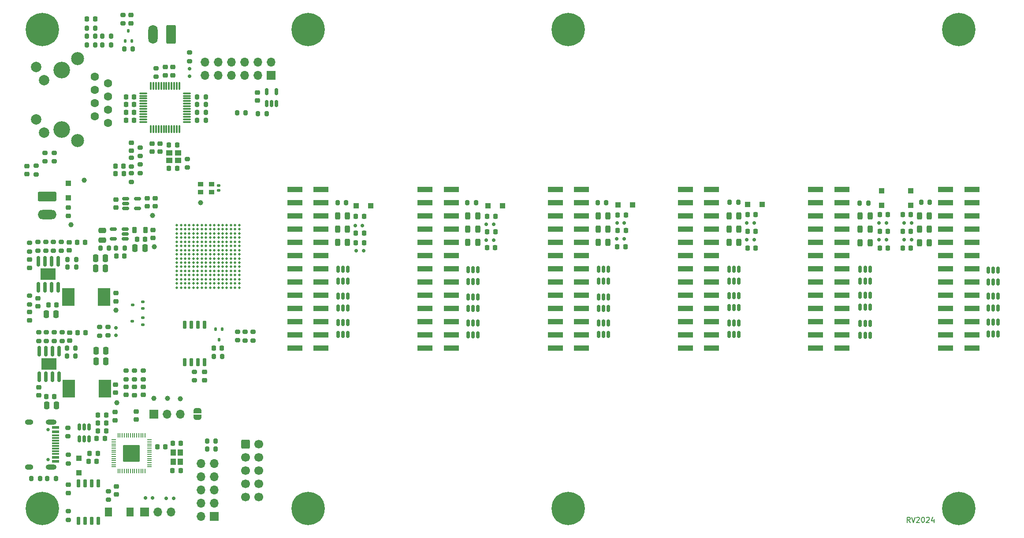
<source format=gts>
G04 #@! TF.GenerationSoftware,KiCad,Pcbnew,8.0.5*
G04 #@! TF.CreationDate,2024-09-25T12:15:36+03:00*
G04 #@! TF.ProjectId,rioctrl-controller,72696f63-7472-46c2-9d63-6f6e74726f6c,rev?*
G04 #@! TF.SameCoordinates,Original*
G04 #@! TF.FileFunction,Soldermask,Top*
G04 #@! TF.FilePolarity,Negative*
%FSLAX46Y46*%
G04 Gerber Fmt 4.6, Leading zero omitted, Abs format (unit mm)*
G04 Created by KiCad (PCBNEW 8.0.5) date 2024-09-25 12:15:36*
%MOMM*%
%LPD*%
G01*
G04 APERTURE LIST*
G04 Aperture macros list*
%AMRoundRect*
0 Rectangle with rounded corners*
0 $1 Rounding radius*
0 $2 $3 $4 $5 $6 $7 $8 $9 X,Y pos of 4 corners*
0 Add a 4 corners polygon primitive as box body*
4,1,4,$2,$3,$4,$5,$6,$7,$8,$9,$2,$3,0*
0 Add four circle primitives for the rounded corners*
1,1,$1+$1,$2,$3*
1,1,$1+$1,$4,$5*
1,1,$1+$1,$6,$7*
1,1,$1+$1,$8,$9*
0 Add four rect primitives between the rounded corners*
20,1,$1+$1,$2,$3,$4,$5,0*
20,1,$1+$1,$4,$5,$6,$7,0*
20,1,$1+$1,$6,$7,$8,$9,0*
20,1,$1+$1,$8,$9,$2,$3,0*%
%AMFreePoly0*
4,1,19,0.500000,-0.750000,0.000000,-0.750000,0.000000,-0.744911,-0.071157,-0.744911,-0.207708,-0.704816,-0.327430,-0.627875,-0.420627,-0.520320,-0.479746,-0.390866,-0.500000,-0.250000,-0.500000,0.250000,-0.479746,0.390866,-0.420627,0.520320,-0.327430,0.627875,-0.207708,0.704816,-0.071157,0.744911,0.000000,0.744911,0.000000,0.750000,0.500000,0.750000,0.500000,-0.750000,0.500000,-0.750000,
$1*%
%AMFreePoly1*
4,1,19,0.000000,0.744911,0.071157,0.744911,0.207708,0.704816,0.327430,0.627875,0.420627,0.520320,0.479746,0.390866,0.500000,0.250000,0.500000,-0.250000,0.479746,-0.390866,0.420627,-0.520320,0.327430,-0.627875,0.207708,-0.704816,0.071157,-0.744911,0.000000,-0.744911,0.000000,-0.750000,-0.500000,-0.750000,-0.500000,0.750000,0.000000,0.750000,0.000000,0.744911,0.000000,0.744911,
$1*%
G04 Aperture macros list end*
%ADD10C,0.200000*%
%ADD11RoundRect,0.225000X0.225000X0.250000X-0.225000X0.250000X-0.225000X-0.250000X0.225000X-0.250000X0*%
%ADD12RoundRect,0.200000X0.200000X0.275000X-0.200000X0.275000X-0.200000X-0.275000X0.200000X-0.275000X0*%
%ADD13RoundRect,0.200000X-0.200000X-0.275000X0.200000X-0.275000X0.200000X0.275000X-0.200000X0.275000X0*%
%ADD14RoundRect,0.218750X0.218750X0.256250X-0.218750X0.256250X-0.218750X-0.256250X0.218750X-0.256250X0*%
%ADD15RoundRect,0.150000X-0.150000X-0.200000X0.150000X-0.200000X0.150000X0.200000X-0.150000X0.200000X0*%
%ADD16RoundRect,0.250000X0.300000X-0.300000X0.300000X0.300000X-0.300000X0.300000X-0.300000X-0.300000X0*%
%ADD17RoundRect,0.250000X0.250000X0.475000X-0.250000X0.475000X-0.250000X-0.475000X0.250000X-0.475000X0*%
%ADD18R,3.000000X1.000000*%
%ADD19RoundRect,0.243750X0.243750X0.456250X-0.243750X0.456250X-0.243750X-0.456250X0.243750X-0.456250X0*%
%ADD20RoundRect,0.050000X0.050000X-0.387500X0.050000X0.387500X-0.050000X0.387500X-0.050000X-0.387500X0*%
%ADD21RoundRect,0.050000X0.387500X-0.050000X0.387500X0.050000X-0.387500X0.050000X-0.387500X-0.050000X0*%
%ADD22RoundRect,0.144000X1.456000X-1.456000X1.456000X1.456000X-1.456000X1.456000X-1.456000X-1.456000X0*%
%ADD23C,1.000000*%
%ADD24RoundRect,0.150000X-0.150000X0.512500X-0.150000X-0.512500X0.150000X-0.512500X0.150000X0.512500X0*%
%ADD25RoundRect,0.150000X0.150000X-0.512500X0.150000X0.512500X-0.150000X0.512500X-0.150000X-0.512500X0*%
%ADD26RoundRect,0.200000X0.275000X-0.200000X0.275000X0.200000X-0.275000X0.200000X-0.275000X-0.200000X0*%
%ADD27RoundRect,0.200000X-0.275000X0.200000X-0.275000X-0.200000X0.275000X-0.200000X0.275000X0.200000X0*%
%ADD28RoundRect,0.243750X-0.243750X-0.456250X0.243750X-0.456250X0.243750X0.456250X-0.243750X0.456250X0*%
%ADD29RoundRect,0.218750X-0.218750X-0.256250X0.218750X-0.256250X0.218750X0.256250X-0.218750X0.256250X0*%
%ADD30RoundRect,0.225000X-0.250000X0.225000X-0.250000X-0.225000X0.250000X-0.225000X0.250000X0.225000X0*%
%ADD31RoundRect,0.150000X0.200000X-0.150000X0.200000X0.150000X-0.200000X0.150000X-0.200000X-0.150000X0*%
%ADD32RoundRect,0.250000X-0.300000X-0.300000X0.300000X-0.300000X0.300000X0.300000X-0.300000X0.300000X0*%
%ADD33RoundRect,0.225000X0.250000X-0.225000X0.250000X0.225000X-0.250000X0.225000X-0.250000X-0.225000X0*%
%ADD34RoundRect,0.150000X-0.200000X0.150000X-0.200000X-0.150000X0.200000X-0.150000X0.200000X0.150000X0*%
%ADD35RoundRect,0.218750X-0.256250X0.218750X-0.256250X-0.218750X0.256250X-0.218750X0.256250X0.218750X0*%
%ADD36RoundRect,0.150000X0.150000X-0.825000X0.150000X0.825000X-0.150000X0.825000X-0.150000X-0.825000X0*%
%ADD37R,3.000000X2.290000*%
%ADD38RoundRect,0.225000X-0.225000X-0.250000X0.225000X-0.250000X0.225000X0.250000X-0.225000X0.250000X0*%
%ADD39R,1.350000X1.800000*%
%ADD40C,0.800000*%
%ADD41C,6.400000*%
%ADD42RoundRect,0.218750X0.256250X-0.218750X0.256250X0.218750X-0.256250X0.218750X-0.256250X-0.218750X0*%
%ADD43R,1.700000X1.700000*%
%ADD44O,1.700000X1.700000*%
%ADD45RoundRect,0.150000X0.150000X0.200000X-0.150000X0.200000X-0.150000X-0.200000X0.150000X-0.200000X0*%
%ADD46RoundRect,0.075000X-0.075000X0.662500X-0.075000X-0.662500X0.075000X-0.662500X0.075000X0.662500X0*%
%ADD47RoundRect,0.075000X-0.662500X0.075000X-0.662500X-0.075000X0.662500X-0.075000X0.662500X0.075000X0*%
%ADD48RoundRect,0.150000X0.512500X0.150000X-0.512500X0.150000X-0.512500X-0.150000X0.512500X-0.150000X0*%
%ADD49RoundRect,0.250000X-0.600000X-0.600000X0.600000X-0.600000X0.600000X0.600000X-0.600000X0.600000X0*%
%ADD50C,1.700000*%
%ADD51C,0.650000*%
%ADD52R,1.450000X0.600000*%
%ADD53R,1.450000X0.300000*%
%ADD54O,2.100000X1.000000*%
%ADD55O,1.600000X1.000000*%
%ADD56RoundRect,0.250000X-0.250000X-0.475000X0.250000X-0.475000X0.250000X0.475000X-0.250000X0.475000X0*%
%ADD57RoundRect,0.140000X0.170000X-0.140000X0.170000X0.140000X-0.170000X0.140000X-0.170000X-0.140000X0*%
%ADD58RoundRect,0.218750X-0.218750X-0.381250X0.218750X-0.381250X0.218750X0.381250X-0.218750X0.381250X0*%
%ADD59C,3.200000*%
%ADD60C,1.600000*%
%ADD61C,2.500000*%
%ADD62C,2.000000*%
%ADD63RoundRect,0.112500X0.112500X0.237500X-0.112500X0.237500X-0.112500X-0.237500X0.112500X-0.237500X0*%
%ADD64RoundRect,0.250000X-0.475000X0.250000X-0.475000X-0.250000X0.475000X-0.250000X0.475000X0.250000X0*%
%ADD65R,2.400000X3.500000*%
%ADD66RoundRect,0.150000X-0.512500X-0.150000X0.512500X-0.150000X0.512500X0.150000X-0.512500X0.150000X0*%
%ADD67RoundRect,0.150000X0.150000X-0.650000X0.150000X0.650000X-0.150000X0.650000X-0.150000X-0.650000X0*%
%ADD68RoundRect,0.112500X0.237500X-0.112500X0.237500X0.112500X-0.237500X0.112500X-0.237500X-0.112500X0*%
%ADD69R,1.000000X0.900000*%
%ADD70RoundRect,0.150000X-0.150000X0.650000X-0.150000X-0.650000X0.150000X-0.650000X0.150000X0.650000X0*%
%ADD71R,1.150000X1.000000*%
%ADD72RoundRect,0.250000X0.650000X1.550000X-0.650000X1.550000X-0.650000X-1.550000X0.650000X-1.550000X0*%
%ADD73O,1.800000X3.600000*%
%ADD74FreePoly0,270.000000*%
%ADD75FreePoly1,270.000000*%
%ADD76C,0.470000*%
%ADD77RoundRect,0.112500X-0.112500X-0.237500X0.112500X-0.237500X0.112500X0.237500X-0.112500X0.237500X0*%
%ADD78RoundRect,0.250000X-1.550000X0.650000X-1.550000X-0.650000X1.550000X-0.650000X1.550000X0.650000X0*%
%ADD79O,3.600000X1.800000*%
%ADD80R,1.000000X1.150000*%
G04 APERTURE END LIST*
D10*
X228641101Y-137717219D02*
X228307768Y-137241028D01*
X228069673Y-137717219D02*
X228069673Y-136717219D01*
X228069673Y-136717219D02*
X228450625Y-136717219D01*
X228450625Y-136717219D02*
X228545863Y-136764838D01*
X228545863Y-136764838D02*
X228593482Y-136812457D01*
X228593482Y-136812457D02*
X228641101Y-136907695D01*
X228641101Y-136907695D02*
X228641101Y-137050552D01*
X228641101Y-137050552D02*
X228593482Y-137145790D01*
X228593482Y-137145790D02*
X228545863Y-137193409D01*
X228545863Y-137193409D02*
X228450625Y-137241028D01*
X228450625Y-137241028D02*
X228069673Y-137241028D01*
X228926816Y-136717219D02*
X229260149Y-137717219D01*
X229260149Y-137717219D02*
X229593482Y-136717219D01*
X229879197Y-136812457D02*
X229926816Y-136764838D01*
X229926816Y-136764838D02*
X230022054Y-136717219D01*
X230022054Y-136717219D02*
X230260149Y-136717219D01*
X230260149Y-136717219D02*
X230355387Y-136764838D01*
X230355387Y-136764838D02*
X230403006Y-136812457D01*
X230403006Y-136812457D02*
X230450625Y-136907695D01*
X230450625Y-136907695D02*
X230450625Y-137002933D01*
X230450625Y-137002933D02*
X230403006Y-137145790D01*
X230403006Y-137145790D02*
X229831578Y-137717219D01*
X229831578Y-137717219D02*
X230450625Y-137717219D01*
X231069673Y-136717219D02*
X231164911Y-136717219D01*
X231164911Y-136717219D02*
X231260149Y-136764838D01*
X231260149Y-136764838D02*
X231307768Y-136812457D01*
X231307768Y-136812457D02*
X231355387Y-136907695D01*
X231355387Y-136907695D02*
X231403006Y-137098171D01*
X231403006Y-137098171D02*
X231403006Y-137336266D01*
X231403006Y-137336266D02*
X231355387Y-137526742D01*
X231355387Y-137526742D02*
X231307768Y-137621980D01*
X231307768Y-137621980D02*
X231260149Y-137669600D01*
X231260149Y-137669600D02*
X231164911Y-137717219D01*
X231164911Y-137717219D02*
X231069673Y-137717219D01*
X231069673Y-137717219D02*
X230974435Y-137669600D01*
X230974435Y-137669600D02*
X230926816Y-137621980D01*
X230926816Y-137621980D02*
X230879197Y-137526742D01*
X230879197Y-137526742D02*
X230831578Y-137336266D01*
X230831578Y-137336266D02*
X230831578Y-137098171D01*
X230831578Y-137098171D02*
X230879197Y-136907695D01*
X230879197Y-136907695D02*
X230926816Y-136812457D01*
X230926816Y-136812457D02*
X230974435Y-136764838D01*
X230974435Y-136764838D02*
X231069673Y-136717219D01*
X231783959Y-136812457D02*
X231831578Y-136764838D01*
X231831578Y-136764838D02*
X231926816Y-136717219D01*
X231926816Y-136717219D02*
X232164911Y-136717219D01*
X232164911Y-136717219D02*
X232260149Y-136764838D01*
X232260149Y-136764838D02*
X232307768Y-136812457D01*
X232307768Y-136812457D02*
X232355387Y-136907695D01*
X232355387Y-136907695D02*
X232355387Y-137002933D01*
X232355387Y-137002933D02*
X232307768Y-137145790D01*
X232307768Y-137145790D02*
X231736340Y-137717219D01*
X231736340Y-137717219D02*
X232355387Y-137717219D01*
X233212530Y-137050552D02*
X233212530Y-137717219D01*
X232974435Y-136669600D02*
X232736340Y-137383885D01*
X232736340Y-137383885D02*
X233355387Y-137383885D01*
D11*
G04 #@! TO.C,C41*
X79576295Y-58935000D03*
X78026295Y-58935000D03*
G04 #@! TD*
G04 #@! TO.C,C25*
X72425000Y-125950000D03*
X70875000Y-125950000D03*
G04 #@! TD*
D12*
G04 #@! TO.C,R22*
X61525000Y-129300000D03*
X59875000Y-129300000D03*
G04 #@! TD*
D13*
G04 #@! TO.C,R41*
X70505000Y-42750000D03*
X72155000Y-42750000D03*
G04 #@! TD*
D14*
G04 #@! TO.C,D11*
X96437500Y-104200000D03*
X94862500Y-104200000D03*
G04 #@! TD*
D13*
G04 #@! TO.C,R23*
X62925000Y-129300000D03*
X64575000Y-129300000D03*
G04 #@! TD*
D15*
G04 #@! TO.C,D6*
X83150000Y-133050000D03*
X81750000Y-133050000D03*
G04 #@! TD*
D16*
G04 #@! TO.C,D27*
X223200000Y-76800000D03*
X223200000Y-74000000D03*
G04 #@! TD*
D17*
G04 #@! TO.C,C11*
X81662500Y-85037500D03*
X79762500Y-85037500D03*
G04 #@! TD*
D18*
G04 #@! TO.C,J14*
X210480000Y-104240000D03*
X215520000Y-104240000D03*
X210480000Y-101700000D03*
X215520000Y-101700000D03*
X210480000Y-99160000D03*
X215520000Y-99160000D03*
X210480000Y-96620000D03*
X215520000Y-96620000D03*
X210480000Y-94080000D03*
X215520000Y-94080000D03*
X210480000Y-91540000D03*
X215520000Y-91540000D03*
X210480000Y-89000000D03*
X215520000Y-89000000D03*
X210480000Y-86460000D03*
X215520000Y-86460000D03*
X210480000Y-83920000D03*
X215520000Y-83920000D03*
X210480000Y-81380000D03*
X215520000Y-81380000D03*
X210480000Y-78840000D03*
X215520000Y-78840000D03*
X210480000Y-76300000D03*
X215520000Y-76300000D03*
X210480000Y-73760000D03*
X215520000Y-73760000D03*
G04 #@! TD*
D19*
G04 #@! TO.C,F4*
X145587500Y-83900000D03*
X143712500Y-83900000D03*
G04 #@! TD*
D20*
G04 #@! TO.C,U7*
X76500000Y-127875000D03*
X76900000Y-127875000D03*
X77300000Y-127875000D03*
X77700000Y-127875000D03*
X78100000Y-127875000D03*
X78500000Y-127875000D03*
X78900000Y-127875000D03*
X79300000Y-127875000D03*
X79700000Y-127875000D03*
X80100000Y-127875000D03*
X80500000Y-127875000D03*
X80900000Y-127875000D03*
X81300000Y-127875000D03*
X81700000Y-127875000D03*
D21*
X82537500Y-127037500D03*
X82537500Y-126637500D03*
X82537500Y-126237500D03*
X82537500Y-125837500D03*
X82537500Y-125437500D03*
X82537500Y-125037500D03*
X82537500Y-124637500D03*
X82537500Y-124237500D03*
X82537500Y-123837500D03*
X82537500Y-123437500D03*
X82537500Y-123037500D03*
X82537500Y-122637500D03*
X82537500Y-122237500D03*
X82537500Y-121837500D03*
D20*
X81700000Y-121000000D03*
X81300000Y-121000000D03*
X80900000Y-121000000D03*
X80500000Y-121000000D03*
X80100000Y-121000000D03*
X79700000Y-121000000D03*
X79300000Y-121000000D03*
X78900000Y-121000000D03*
X78500000Y-121000000D03*
X78100000Y-121000000D03*
X77700000Y-121000000D03*
X77300000Y-121000000D03*
X76900000Y-121000000D03*
X76500000Y-121000000D03*
D21*
X75662500Y-121837500D03*
X75662500Y-122237500D03*
X75662500Y-122637500D03*
X75662500Y-123037500D03*
X75662500Y-123437500D03*
X75662500Y-123837500D03*
X75662500Y-124237500D03*
X75662500Y-124637500D03*
X75662500Y-125037500D03*
X75662500Y-125437500D03*
X75662500Y-125837500D03*
X75662500Y-126237500D03*
X75662500Y-126637500D03*
X75662500Y-127037500D03*
D22*
X79100000Y-124437500D03*
G04 #@! TD*
D23*
G04 #@! TO.C,TP8*
X83400000Y-113850000D03*
G04 #@! TD*
D24*
G04 #@! TO.C,U6*
X70950000Y-119412500D03*
X70000000Y-119412500D03*
X69050000Y-119412500D03*
X69050000Y-121687500D03*
X70000000Y-121687500D03*
X70950000Y-121687500D03*
G04 #@! TD*
D12*
G04 #@! TO.C,R61*
X220625000Y-76400000D03*
X218975000Y-76400000D03*
G04 #@! TD*
D25*
G04 #@! TO.C,U27*
X118750000Y-101587500D03*
X119700000Y-101587500D03*
X120650000Y-101587500D03*
X120650000Y-99312500D03*
X119700000Y-99312500D03*
X118750000Y-99312500D03*
G04 #@! TD*
G04 #@! TO.C,U21*
X193850000Y-101637500D03*
X194800000Y-101637500D03*
X195750000Y-101637500D03*
X195750000Y-99362500D03*
X194800000Y-99362500D03*
X193850000Y-99362500D03*
G04 #@! TD*
D18*
G04 #@! TO.C,J11*
X135480000Y-104240000D03*
X140520000Y-104240000D03*
X135480000Y-101700000D03*
X140520000Y-101700000D03*
X135480000Y-99160000D03*
X140520000Y-99160000D03*
X135480000Y-96620000D03*
X140520000Y-96620000D03*
X135480000Y-94080000D03*
X140520000Y-94080000D03*
X135480000Y-91540000D03*
X140520000Y-91540000D03*
X135480000Y-89000000D03*
X140520000Y-89000000D03*
X135480000Y-86460000D03*
X140520000Y-86460000D03*
X135480000Y-83920000D03*
X140520000Y-83920000D03*
X135480000Y-81380000D03*
X140520000Y-81380000D03*
X135480000Y-78840000D03*
X140520000Y-78840000D03*
X135480000Y-76300000D03*
X140520000Y-76300000D03*
X135480000Y-73760000D03*
X140520000Y-73760000D03*
G04 #@! TD*
D19*
G04 #@! TO.C,F13*
X220937500Y-84000000D03*
X219062500Y-84000000D03*
G04 #@! TD*
D26*
G04 #@! TO.C,R46*
X99450000Y-102725000D03*
X99450000Y-101075000D03*
G04 #@! TD*
D27*
G04 #@! TO.C,R42*
X79051295Y-67650000D03*
X79051295Y-69300000D03*
G04 #@! TD*
D19*
G04 #@! TO.C,F14*
X220937500Y-78800000D03*
X219062500Y-78800000D03*
G04 #@! TD*
D26*
G04 #@! TO.C,R3*
X61250000Y-102825000D03*
X61250000Y-101175000D03*
G04 #@! TD*
D11*
G04 #@! TO.C,C23*
X88550000Y-122525000D03*
X87000000Y-122525000D03*
G04 #@! TD*
D23*
G04 #@! TO.C,TP5*
X67500000Y-80500000D03*
G04 #@! TD*
D28*
G04 #@! TO.C,F9*
X168712500Y-81400000D03*
X170587500Y-81400000D03*
G04 #@! TD*
D25*
G04 #@! TO.C,U26*
X219050000Y-91337500D03*
X220000000Y-91337500D03*
X220950000Y-91337500D03*
X220950000Y-89062500D03*
X220000000Y-89062500D03*
X219050000Y-89062500D03*
G04 #@! TD*
D12*
G04 #@! TO.C,R10*
X77787500Y-85037500D03*
X76137500Y-85037500D03*
G04 #@! TD*
D25*
G04 #@! TO.C,U28*
X243650000Y-96537500D03*
X244600000Y-96537500D03*
X245550000Y-96537500D03*
X245550000Y-94262500D03*
X244600000Y-94262500D03*
X243650000Y-94262500D03*
G04 #@! TD*
D12*
G04 #@! TO.C,R14*
X68325000Y-105750000D03*
X66675000Y-105750000D03*
G04 #@! TD*
D26*
G04 #@! TO.C,R27*
X74550000Y-101775000D03*
X74550000Y-100125000D03*
G04 #@! TD*
D14*
G04 #@! TO.C,FB17*
X198987500Y-85000000D03*
X197412500Y-85000000D03*
G04 #@! TD*
D29*
G04 #@! TO.C,FB6*
X72662500Y-117100000D03*
X74237500Y-117100000D03*
G04 #@! TD*
D30*
G04 #@! TO.C,C36*
X83051295Y-64910000D03*
X83051295Y-66460000D03*
G04 #@! TD*
D29*
G04 #@! TO.C,FB24*
X227212500Y-78600000D03*
X228787500Y-78600000D03*
G04 #@! TD*
D18*
G04 #@! TO.C,J12*
X160480000Y-104240000D03*
X165520000Y-104240000D03*
X160480000Y-101700000D03*
X165520000Y-101700000D03*
X160480000Y-99160000D03*
X165520000Y-99160000D03*
X160480000Y-96620000D03*
X165520000Y-96620000D03*
X160480000Y-94080000D03*
X165520000Y-94080000D03*
X160480000Y-91540000D03*
X165520000Y-91540000D03*
X160480000Y-89000000D03*
X165520000Y-89000000D03*
X160480000Y-86460000D03*
X165520000Y-86460000D03*
X160480000Y-83920000D03*
X165520000Y-83920000D03*
X160480000Y-81380000D03*
X165520000Y-81380000D03*
X160480000Y-78840000D03*
X165520000Y-78840000D03*
X160480000Y-76300000D03*
X165520000Y-76300000D03*
X160480000Y-73760000D03*
X165520000Y-73760000D03*
G04 #@! TD*
D31*
G04 #@! TO.C,D8*
X76100000Y-100350000D03*
X76100000Y-101750000D03*
G04 #@! TD*
D26*
G04 #@! TO.C,R18*
X79700000Y-110225000D03*
X79700000Y-108575000D03*
G04 #@! TD*
D32*
G04 #@! TO.C,D13*
X122250000Y-76900000D03*
X125050000Y-76900000D03*
G04 #@! TD*
D33*
G04 #@! TO.C,C29*
X75950000Y-118075000D03*
X75950000Y-116525000D03*
G04 #@! TD*
D15*
G04 #@! TO.C,D7*
X87200000Y-133100000D03*
X85800000Y-133100000D03*
G04 #@! TD*
D23*
G04 #@! TO.C,TP2*
X76250000Y-114750000D03*
G04 #@! TD*
D12*
G04 #@! TO.C,R58*
X145275000Y-76300000D03*
X143625000Y-76300000D03*
G04 #@! TD*
D25*
G04 #@! TO.C,U15*
X143737500Y-101687500D03*
X144687500Y-101687500D03*
X145637500Y-101687500D03*
X145637500Y-99412500D03*
X144687500Y-99412500D03*
X143737500Y-99412500D03*
G04 #@! TD*
D34*
G04 #@! TO.C,D16*
X90250000Y-51950000D03*
X90250000Y-50550000D03*
G04 #@! TD*
D15*
G04 #@! TO.C,D32*
X228900000Y-80200000D03*
X227500000Y-80200000D03*
G04 #@! TD*
D16*
G04 #@! TO.C,D9*
X69000000Y-128150000D03*
X69000000Y-125350000D03*
G04 #@! TD*
D25*
G04 #@! TO.C,U12*
X118750000Y-96487500D03*
X119700000Y-96487500D03*
X120650000Y-96487500D03*
X120650000Y-94212500D03*
X119700000Y-94212500D03*
X118750000Y-94212500D03*
G04 #@! TD*
D13*
G04 #@! TO.C,R40*
X70505000Y-44250000D03*
X72155000Y-44250000D03*
G04 #@! TD*
D15*
G04 #@! TO.C,D19*
X148650000Y-83450000D03*
X147250000Y-83450000D03*
G04 #@! TD*
D12*
G04 #@! TO.C,R59*
X170275000Y-76300000D03*
X168625000Y-76300000D03*
G04 #@! TD*
D27*
G04 #@! TO.C,R4*
X62620000Y-83850000D03*
X62620000Y-85500000D03*
G04 #@! TD*
D33*
G04 #@! TO.C,C42*
X103250000Y-56675000D03*
X103250000Y-55125000D03*
G04 #@! TD*
G04 #@! TO.C,C32*
X80000000Y-117975000D03*
X80000000Y-116425000D03*
G04 #@! TD*
D16*
G04 #@! TO.C,D30*
X228800000Y-76800000D03*
X228800000Y-74000000D03*
G04 #@! TD*
D12*
G04 #@! TO.C,R32*
X93376295Y-60435000D03*
X91726295Y-60435000D03*
G04 #@! TD*
D35*
G04 #@! TO.C,D3*
X79700000Y-111672500D03*
X79700000Y-113247500D03*
G04 #@! TD*
D36*
G04 #@! TO.C,U2*
X61190000Y-92500000D03*
X62460000Y-92500000D03*
X63730000Y-92500000D03*
X65000000Y-92500000D03*
X65000000Y-87550000D03*
X63730000Y-87550000D03*
X62460000Y-87550000D03*
X61190000Y-87550000D03*
D37*
X63095000Y-90025000D03*
G04 #@! TD*
D38*
G04 #@! TO.C,C4*
X63120000Y-95925000D03*
X64670000Y-95925000D03*
G04 #@! TD*
D17*
G04 #@! TO.C,C15*
X74095000Y-88925000D03*
X72195000Y-88925000D03*
G04 #@! TD*
D28*
G04 #@! TO.C,F15*
X219062500Y-81400000D03*
X220937500Y-81400000D03*
G04 #@! TD*
D19*
G04 #@! TO.C,F1*
X120537500Y-83900000D03*
X118662500Y-83900000D03*
G04 #@! TD*
D25*
G04 #@! TO.C,U17*
X143750000Y-91437500D03*
X144700000Y-91437500D03*
X145650000Y-91437500D03*
X145650000Y-89162500D03*
X144700000Y-89162500D03*
X143750000Y-89162500D03*
G04 #@! TD*
G04 #@! TO.C,U11*
X243650000Y-101537500D03*
X244600000Y-101537500D03*
X245550000Y-101537500D03*
X245550000Y-99262500D03*
X244600000Y-99262500D03*
X243650000Y-99262500D03*
G04 #@! TD*
D39*
G04 #@! TO.C,SW1*
X78850000Y-135750000D03*
X74700000Y-135750000D03*
G04 #@! TD*
D28*
G04 #@! TO.C,F6*
X143712500Y-81400000D03*
X145587500Y-81400000D03*
G04 #@! TD*
D11*
G04 #@! TO.C,C33*
X87851295Y-69685000D03*
X86301295Y-69685000D03*
G04 #@! TD*
D30*
G04 #@! TO.C,C31*
X76200000Y-130775000D03*
X76200000Y-132325000D03*
G04 #@! TD*
D27*
G04 #@! TO.C,R6*
X62750000Y-101175000D03*
X62750000Y-102825000D03*
G04 #@! TD*
D26*
G04 #@! TO.C,R5*
X64120000Y-85500000D03*
X64120000Y-83850000D03*
G04 #@! TD*
D27*
G04 #@! TO.C,R52*
X59500000Y-94175000D03*
X59500000Y-95825000D03*
G04 #@! TD*
D12*
G04 #@! TO.C,R51*
X96525000Y-105800000D03*
X94875000Y-105800000D03*
G04 #@! TD*
D26*
G04 #@! TO.C,R28*
X81330000Y-110227500D03*
X81330000Y-108577500D03*
G04 #@! TD*
D35*
G04 #@! TO.C,FB3*
X76000000Y-111212500D03*
X76000000Y-112787500D03*
G04 #@! TD*
D32*
G04 #@! TO.C,D24*
X197400000Y-76600000D03*
X200200000Y-76600000D03*
G04 #@! TD*
D12*
G04 #@! TO.C,R36*
X75150000Y-46000000D03*
X73500000Y-46000000D03*
G04 #@! TD*
D11*
G04 #@! TO.C,C10*
X77737500Y-86537500D03*
X76187500Y-86537500D03*
G04 #@! TD*
G04 #@! TO.C,C28*
X74225000Y-120100000D03*
X72675000Y-120100000D03*
G04 #@! TD*
D12*
G04 #@! TO.C,R60*
X195625000Y-76200000D03*
X193975000Y-76200000D03*
G04 #@! TD*
D40*
G04 #@! TO.C,H7*
X163000000Y-137400000D03*
X161302944Y-136697056D03*
X164697056Y-136697056D03*
X160600000Y-135000000D03*
D41*
X163000000Y-135000000D03*
D40*
X165400000Y-135000000D03*
X161302944Y-133302944D03*
X164697056Y-133302944D03*
X163000000Y-132600000D03*
G04 #@! TD*
D42*
G04 #@! TO.C,D17*
X79000000Y-41787500D03*
X79000000Y-40212500D03*
G04 #@! TD*
D30*
G04 #@! TO.C,C21*
X66950000Y-130500000D03*
X66950000Y-132050000D03*
G04 #@! TD*
D35*
G04 #@! TO.C,FB5*
X83212500Y-81500000D03*
X83212500Y-83075000D03*
G04 #@! TD*
D27*
G04 #@! TO.C,R16*
X74700000Y-131700000D03*
X74700000Y-133350000D03*
G04 #@! TD*
D43*
G04 #@! TO.C,J2*
X83425000Y-116900000D03*
D44*
X85965000Y-116900000D03*
X88505000Y-116900000D03*
G04 #@! TD*
D45*
G04 #@! TO.C,D26*
X197300000Y-80200000D03*
X198700000Y-80200000D03*
G04 #@! TD*
D43*
G04 #@! TO.C,J4*
X95025000Y-136575000D03*
D44*
X92485000Y-136575000D03*
X95025000Y-134035000D03*
X92485000Y-134035000D03*
X95025000Y-131495000D03*
X92485000Y-131495000D03*
X95025000Y-128955000D03*
X92485000Y-128955000D03*
X95025000Y-126415000D03*
X92485000Y-126415000D03*
G04 #@! TD*
D46*
G04 #@! TO.C,U8*
X88301295Y-53837500D03*
X87801295Y-53837500D03*
X87301295Y-53837500D03*
X86801295Y-53837500D03*
X86301295Y-53837500D03*
X85801295Y-53837500D03*
X85301295Y-53837500D03*
X84801295Y-53837500D03*
X84301295Y-53837500D03*
X83801295Y-53837500D03*
X83301295Y-53837500D03*
X82801295Y-53837500D03*
D47*
X81388795Y-55250000D03*
X81388795Y-55750000D03*
X81388795Y-56250000D03*
X81388795Y-56750000D03*
X81388795Y-57250000D03*
X81388795Y-57750000D03*
X81388795Y-58250000D03*
X81388795Y-58750000D03*
X81388795Y-59250000D03*
X81388795Y-59750000D03*
X81388795Y-60250000D03*
X81388795Y-60750000D03*
D46*
X82801295Y-62162500D03*
X83301295Y-62162500D03*
X83801295Y-62162500D03*
X84301295Y-62162500D03*
X84801295Y-62162500D03*
X85301295Y-62162500D03*
X85801295Y-62162500D03*
X86301295Y-62162500D03*
X86801295Y-62162500D03*
X87301295Y-62162500D03*
X87801295Y-62162500D03*
X88301295Y-62162500D03*
D47*
X89713795Y-60750000D03*
X89713795Y-60250000D03*
X89713795Y-59750000D03*
X89713795Y-59250000D03*
X89713795Y-58750000D03*
X89713795Y-58250000D03*
X89713795Y-57750000D03*
X89713795Y-57250000D03*
X89713795Y-56750000D03*
X89713795Y-56250000D03*
X89713795Y-55750000D03*
X89713795Y-55250000D03*
G04 #@! TD*
D30*
G04 #@! TO.C,C55*
X93100000Y-108825000D03*
X93100000Y-110375000D03*
G04 #@! TD*
D12*
G04 #@! TO.C,R30*
X93376295Y-57435000D03*
X91726295Y-57435000D03*
G04 #@! TD*
D25*
G04 #@! TO.C,U13*
X118750000Y-91337500D03*
X119700000Y-91337500D03*
X120650000Y-91337500D03*
X120650000Y-89062500D03*
X119700000Y-89062500D03*
X118750000Y-89062500D03*
G04 #@! TD*
D11*
G04 #@! TO.C,C40*
X79576295Y-55935000D03*
X78026295Y-55935000D03*
G04 #@! TD*
D13*
G04 #@! TO.C,R62*
X230775000Y-76200000D03*
X232425000Y-76200000D03*
G04 #@! TD*
D14*
G04 #@! TO.C,FB20*
X224387500Y-85000000D03*
X222812500Y-85000000D03*
G04 #@! TD*
D35*
G04 #@! TO.C,D2*
X59000000Y-69212500D03*
X59000000Y-70787500D03*
G04 #@! TD*
D19*
G04 #@! TO.C,F11*
X195737500Y-78800000D03*
X193862500Y-78800000D03*
G04 #@! TD*
D25*
G04 #@! TO.C,U25*
X219050000Y-96337500D03*
X220000000Y-96337500D03*
X220950000Y-96337500D03*
X220950000Y-94062500D03*
X220000000Y-94062500D03*
X219050000Y-94062500D03*
G04 #@! TD*
D27*
G04 #@! TO.C,R50*
X59500000Y-84000000D03*
X59500000Y-85650000D03*
G04 #@! TD*
D26*
G04 #@! TO.C,R17*
X67000000Y-137225000D03*
X67000000Y-135575000D03*
G04 #@! TD*
D14*
G04 #@! TO.C,FB15*
X174037500Y-78650000D03*
X172462500Y-78650000D03*
G04 #@! TD*
D32*
G04 #@! TO.C,D21*
X172550000Y-76700000D03*
X175350000Y-76700000D03*
G04 #@! TD*
D12*
G04 #@! TO.C,R29*
X93376295Y-55935000D03*
X91726295Y-55935000D03*
G04 #@! TD*
D48*
G04 #@! TO.C,U1*
X77850000Y-83237500D03*
X77850000Y-82287500D03*
X77850000Y-81337500D03*
X75575000Y-81337500D03*
X75575000Y-83237500D03*
G04 #@! TD*
D19*
G04 #@! TO.C,F5*
X145587500Y-78850000D03*
X143712500Y-78850000D03*
G04 #@! TD*
D17*
G04 #@! TO.C,C17*
X74095000Y-86925000D03*
X72195000Y-86925000D03*
G04 #@! TD*
D33*
G04 #@! TO.C,C20*
X82137500Y-76975000D03*
X82137500Y-75425000D03*
G04 #@! TD*
D12*
G04 #@! TO.C,R35*
X75150000Y-44250000D03*
X73500000Y-44250000D03*
G04 #@! TD*
D33*
G04 #@! TO.C,C46*
X79051295Y-66275000D03*
X79051295Y-64725000D03*
G04 #@! TD*
D49*
G04 #@! TO.C,J8*
X100997500Y-122670000D03*
D50*
X103537500Y-122670000D03*
X100997500Y-125210000D03*
X103537500Y-125210000D03*
X100997500Y-127750000D03*
X103537500Y-127750000D03*
X100997500Y-130290000D03*
X103537500Y-130290000D03*
X100997500Y-132830000D03*
X103537500Y-132830000D03*
G04 #@! TD*
D12*
G04 #@! TO.C,R53*
X120325000Y-76300000D03*
X118675000Y-76300000D03*
G04 #@! TD*
G04 #@! TO.C,R31*
X93376295Y-58935000D03*
X91726295Y-58935000D03*
G04 #@! TD*
D51*
G04 #@! TO.C,J3*
X63100000Y-119860000D03*
X63100000Y-125640000D03*
D52*
X64545000Y-119500000D03*
X64545000Y-120300000D03*
D53*
X64545000Y-121500000D03*
X64545000Y-122500000D03*
X64545000Y-123000000D03*
X64545000Y-124000000D03*
D52*
X64545000Y-125200000D03*
X64545000Y-126000000D03*
X64545000Y-126000000D03*
X64545000Y-125200000D03*
D53*
X64545000Y-124500000D03*
X64545000Y-123500000D03*
X64545000Y-122000000D03*
X64545000Y-121000000D03*
D52*
X64545000Y-120300000D03*
X64545000Y-119500000D03*
D54*
X63630000Y-118430000D03*
D55*
X59450000Y-118430000D03*
D54*
X63630000Y-127070000D03*
D55*
X59450000Y-127070000D03*
G04 #@! TD*
D27*
G04 #@! TO.C,R21*
X67000000Y-124725000D03*
X67000000Y-126375000D03*
G04 #@! TD*
D13*
G04 #@! TO.C,R39*
X70505000Y-46000000D03*
X72155000Y-46000000D03*
G04 #@! TD*
D56*
G04 #@! TO.C,C3*
X62800000Y-115250000D03*
X64700000Y-115250000D03*
G04 #@! TD*
D12*
G04 #@! TO.C,R49*
X95275000Y-123600000D03*
X93625000Y-123600000D03*
G04 #@! TD*
D57*
G04 #@! TO.C,C54*
X95800000Y-73930000D03*
X95800000Y-72970000D03*
G04 #@! TD*
D14*
G04 #@! TO.C,FB9*
X123737500Y-78900000D03*
X122162500Y-78900000D03*
G04 #@! TD*
D58*
G04 #@! TO.C,L1*
X79650000Y-81537500D03*
X81775000Y-81537500D03*
G04 #@! TD*
D33*
G04 #@! TO.C,C6*
X67120000Y-85450000D03*
X67120000Y-83900000D03*
G04 #@! TD*
D40*
G04 #@! TO.C,H3*
X62000000Y-45400000D03*
X60302944Y-44697056D03*
X63697056Y-44697056D03*
X59600000Y-43000000D03*
D41*
X62000000Y-43000000D03*
D40*
X64400000Y-43000000D03*
X60302944Y-41302944D03*
X63697056Y-41302944D03*
X62000000Y-40600000D03*
G04 #@! TD*
D28*
G04 #@! TO.C,F3*
X118662500Y-81400000D03*
X120537500Y-81400000D03*
G04 #@! TD*
D27*
G04 #@! TO.C,R37*
X80801295Y-68925000D03*
X80801295Y-70575000D03*
G04 #@! TD*
D35*
G04 #@! TO.C,FB4*
X83637500Y-75412500D03*
X83637500Y-76987500D03*
G04 #@! TD*
D27*
G04 #@! TO.C,R44*
X102450000Y-101100000D03*
X102450000Y-102750000D03*
G04 #@! TD*
D59*
G04 #@! TO.C,J6*
X65696000Y-62215000D03*
X65696000Y-50785000D03*
D60*
X72046000Y-52055000D03*
X74586000Y-53325000D03*
X72046000Y-54595000D03*
X74586000Y-55865000D03*
X72046000Y-57135000D03*
X74586000Y-58405000D03*
X72046000Y-59675000D03*
D61*
X68744000Y-64374000D03*
D60*
X74586000Y-60945000D03*
D61*
X68744000Y-48626000D03*
D62*
X60793799Y-50175400D03*
X62317799Y-52715400D03*
X60793799Y-60284601D03*
X62317799Y-62824601D03*
G04 #@! TD*
D42*
G04 #@! TO.C,D10*
X59500000Y-88787500D03*
X59500000Y-87212500D03*
G04 #@! TD*
D11*
G04 #@! TO.C,C27*
X74225000Y-118600000D03*
X72675000Y-118600000D03*
G04 #@! TD*
D40*
G04 #@! TO.C,H6*
X238000000Y-45400000D03*
X236302944Y-44697056D03*
X239697056Y-44697056D03*
X235600000Y-43000000D03*
D41*
X238000000Y-43000000D03*
D40*
X240400000Y-43000000D03*
X236302944Y-41302944D03*
X239697056Y-41302944D03*
X238000000Y-40600000D03*
G04 #@! TD*
D11*
G04 #@! TO.C,C30*
X72600000Y-124450000D03*
X71050000Y-124450000D03*
G04 #@! TD*
D19*
G04 #@! TO.C,F18*
X232337500Y-81400000D03*
X230462500Y-81400000D03*
G04 #@! TD*
D11*
G04 #@! TO.C,C45*
X77601295Y-70725000D03*
X76051295Y-70725000D03*
G04 #@! TD*
D23*
G04 #@! TO.C,TP3*
X83137500Y-78700000D03*
G04 #@! TD*
D19*
G04 #@! TO.C,F2*
X120537500Y-78850000D03*
X118662500Y-78850000D03*
G04 #@! TD*
D13*
G04 #@! TO.C,R54*
X103375000Y-59150000D03*
X105025000Y-59150000D03*
G04 #@! TD*
D30*
G04 #@! TO.C,C35*
X84551295Y-64910000D03*
X84551295Y-66460000D03*
G04 #@! TD*
D26*
G04 #@! TO.C,R9*
X65750000Y-102825000D03*
X65750000Y-101175000D03*
G04 #@! TD*
D33*
G04 #@! TO.C,C7*
X67250000Y-102775000D03*
X67250000Y-101225000D03*
G04 #@! TD*
D18*
G04 #@! TO.C,J13*
X185480000Y-104240000D03*
X190520000Y-104240000D03*
X185480000Y-101700000D03*
X190520000Y-101700000D03*
X185480000Y-99160000D03*
X190520000Y-99160000D03*
X185480000Y-96620000D03*
X190520000Y-96620000D03*
X185480000Y-94080000D03*
X190520000Y-94080000D03*
X185480000Y-91540000D03*
X190520000Y-91540000D03*
X185480000Y-89000000D03*
X190520000Y-89000000D03*
X185480000Y-86460000D03*
X190520000Y-86460000D03*
X185480000Y-83920000D03*
X190520000Y-83920000D03*
X185480000Y-81380000D03*
X190520000Y-81380000D03*
X185480000Y-78840000D03*
X190520000Y-78840000D03*
X185480000Y-76300000D03*
X190520000Y-76300000D03*
X185480000Y-73760000D03*
X190520000Y-73760000D03*
G04 #@! TD*
D11*
G04 #@! TO.C,C38*
X79576295Y-57435000D03*
X78026295Y-57435000D03*
G04 #@! TD*
D28*
G04 #@! TO.C,F16*
X230462500Y-84000000D03*
X232337500Y-84000000D03*
G04 #@! TD*
D12*
G04 #@! TO.C,R12*
X68470000Y-88675000D03*
X66820000Y-88675000D03*
G04 #@! TD*
D63*
G04 #@! TO.C,Q2*
X96550000Y-100600000D03*
X95250000Y-100600000D03*
X95900000Y-102600000D03*
G04 #@! TD*
D13*
G04 #@! TO.C,R15*
X66675000Y-104250000D03*
X68325000Y-104250000D03*
G04 #@! TD*
D14*
G04 #@! TO.C,FB18*
X198987500Y-78600000D03*
X197412500Y-78600000D03*
G04 #@! TD*
D42*
G04 #@! TO.C,D12*
X59500000Y-98887500D03*
X59500000Y-97312500D03*
G04 #@! TD*
D14*
G04 #@! TO.C,FB14*
X173987500Y-84750000D03*
X172412500Y-84750000D03*
G04 #@! TD*
D40*
G04 #@! TO.C,H2*
X113000000Y-137400000D03*
X111302944Y-136697056D03*
X114697056Y-136697056D03*
X110600000Y-135000000D03*
D41*
X113000000Y-135000000D03*
D40*
X115400000Y-135000000D03*
X111302944Y-133302944D03*
X114697056Y-133302944D03*
X113000000Y-132600000D03*
G04 #@! TD*
G04 #@! TO.C,H5*
X238000000Y-137400000D03*
X236302944Y-136697056D03*
X239697056Y-136697056D03*
X235600000Y-135000000D03*
D41*
X238000000Y-135000000D03*
D40*
X240400000Y-135000000D03*
X236302944Y-133302944D03*
X239697056Y-133302944D03*
X238000000Y-132600000D03*
G04 #@! TD*
D64*
G04 #@! TO.C,C1*
X73462500Y-81587500D03*
X73462500Y-83487500D03*
G04 #@! TD*
D38*
G04 #@! TO.C,C24*
X84025000Y-123150000D03*
X85575000Y-123150000D03*
G04 #@! TD*
D29*
G04 #@! TO.C,FB16*
X172462500Y-81650000D03*
X174037500Y-81650000D03*
G04 #@! TD*
D14*
G04 #@! TO.C,FB25*
X228787500Y-81800000D03*
X227212500Y-81800000D03*
G04 #@! TD*
D65*
G04 #@! TO.C,L2*
X66945000Y-94425000D03*
X73845000Y-94425000D03*
G04 #@! TD*
D26*
G04 #@! TO.C,R43*
X79051295Y-72300000D03*
X79051295Y-70650000D03*
G04 #@! TD*
D19*
G04 #@! TO.C,F7*
X170587500Y-83900000D03*
X168712500Y-83900000D03*
G04 #@! TD*
G04 #@! TO.C,F10*
X195737500Y-83900000D03*
X193862500Y-83900000D03*
G04 #@! TD*
D15*
G04 #@! TO.C,D22*
X173700000Y-83200000D03*
X172300000Y-83200000D03*
G04 #@! TD*
D16*
G04 #@! TO.C,D1*
X67000000Y-75350000D03*
X67000000Y-72550000D03*
G04 #@! TD*
D23*
G04 #@! TO.C,TP6*
X70000000Y-72000000D03*
G04 #@! TD*
D66*
G04 #@! TO.C,U4*
X78000000Y-75500000D03*
X78000000Y-76450000D03*
X78000000Y-77400000D03*
X80275000Y-77400000D03*
X80275000Y-75500000D03*
G04 #@! TD*
D67*
G04 #@! TO.C,U5*
X68895000Y-137450000D03*
X70165000Y-137450000D03*
X71435000Y-137450000D03*
X72705000Y-137450000D03*
X72705000Y-130250000D03*
X71435000Y-130250000D03*
X70165000Y-130250000D03*
X68895000Y-130250000D03*
G04 #@! TD*
D25*
G04 #@! TO.C,U16*
X143750000Y-96637500D03*
X144700000Y-96637500D03*
X145650000Y-96637500D03*
X145650000Y-94362500D03*
X144700000Y-94362500D03*
X143750000Y-94362500D03*
G04 #@! TD*
D30*
G04 #@! TO.C,C14*
X61250000Y-111725000D03*
X61250000Y-113275000D03*
G04 #@! TD*
D27*
G04 #@! TO.C,R45*
X100940000Y-101100000D03*
X100940000Y-102750000D03*
G04 #@! TD*
D13*
G04 #@! TO.C,R13*
X66820000Y-87175000D03*
X68470000Y-87175000D03*
G04 #@! TD*
D33*
G04 #@! TO.C,C39*
X85551295Y-51775000D03*
X85551295Y-50225000D03*
G04 #@! TD*
D40*
G04 #@! TO.C,H8*
X163000000Y-45400000D03*
X161302944Y-44697056D03*
X164697056Y-44697056D03*
X160600000Y-43000000D03*
D41*
X163000000Y-43000000D03*
D40*
X165400000Y-43000000D03*
X161302944Y-41302944D03*
X164697056Y-41302944D03*
X163000000Y-40600000D03*
G04 #@! TD*
D29*
G04 #@! TO.C,FB19*
X197412500Y-81800000D03*
X198987500Y-81800000D03*
G04 #@! TD*
D38*
G04 #@! TO.C,C8*
X68620000Y-83925000D03*
X70170000Y-83925000D03*
G04 #@! TD*
D45*
G04 #@! TO.C,D15*
X122050000Y-80650000D03*
X123450000Y-80650000D03*
G04 #@! TD*
D27*
G04 #@! TO.C,R33*
X64250000Y-66675000D03*
X64250000Y-68325000D03*
G04 #@! TD*
D30*
G04 #@! TO.C,C13*
X61145000Y-94650000D03*
X61145000Y-96200000D03*
G04 #@! TD*
D25*
G04 #@! TO.C,U20*
X168800000Y-91337500D03*
X169750000Y-91337500D03*
X170700000Y-91337500D03*
X170700000Y-89062500D03*
X169750000Y-89062500D03*
X168800000Y-89062500D03*
G04 #@! TD*
D38*
G04 #@! TO.C,C22*
X86975000Y-127775000D03*
X88525000Y-127775000D03*
G04 #@! TD*
D23*
G04 #@! TO.C,TP13*
X92400000Y-76300000D03*
G04 #@! TD*
D26*
G04 #@! TO.C,R2*
X61120000Y-85500000D03*
X61120000Y-83850000D03*
G04 #@! TD*
D25*
G04 #@! TO.C,U14*
X105050000Y-57237500D03*
X106000000Y-57237500D03*
X106950000Y-57237500D03*
X106950000Y-54962500D03*
X105050000Y-54962500D03*
G04 #@! TD*
D68*
G04 #@! TO.C,Q3*
X81250000Y-99697500D03*
X81250000Y-98397500D03*
X79250000Y-99047500D03*
G04 #@! TD*
D25*
G04 #@! TO.C,U29*
X243650000Y-91537500D03*
X244600000Y-91537500D03*
X245550000Y-91537500D03*
X245550000Y-89262500D03*
X244600000Y-89262500D03*
X243650000Y-89262500D03*
G04 #@! TD*
D11*
G04 #@! TO.C,C26*
X73975000Y-121600000D03*
X72425000Y-121600000D03*
G04 #@! TD*
D23*
G04 #@! TO.C,TP7*
X88500000Y-113950000D03*
G04 #@! TD*
D27*
G04 #@! TO.C,R47*
X91200000Y-108775000D03*
X91200000Y-110425000D03*
G04 #@! TD*
D28*
G04 #@! TO.C,F12*
X193862500Y-81400000D03*
X195737500Y-81400000D03*
G04 #@! TD*
D29*
G04 #@! TO.C,FB13*
X147412500Y-81900000D03*
X148987500Y-81900000D03*
G04 #@! TD*
D26*
G04 #@! TO.C,R26*
X72950000Y-101825000D03*
X72950000Y-100175000D03*
G04 #@! TD*
D43*
G04 #@! TO.C,J10*
X105910000Y-51790000D03*
D44*
X105910000Y-49250000D03*
X103370000Y-51790000D03*
X103370000Y-49250000D03*
X100830000Y-51790000D03*
X100830000Y-49250000D03*
X98290000Y-51790000D03*
X98290000Y-49250000D03*
X95750000Y-51790000D03*
X95750000Y-49250000D03*
X93210000Y-51790000D03*
X93210000Y-49250000D03*
G04 #@! TD*
D26*
G04 #@! TO.C,R24*
X89826295Y-69510000D03*
X89826295Y-67860000D03*
G04 #@! TD*
D27*
G04 #@! TO.C,R20*
X66900000Y-119525000D03*
X66900000Y-121175000D03*
G04 #@! TD*
D35*
G04 #@! TO.C,D4*
X78050000Y-111662500D03*
X78050000Y-113237500D03*
G04 #@! TD*
D13*
G04 #@! TO.C,R48*
X93600000Y-122050000D03*
X95250000Y-122050000D03*
G04 #@! TD*
D27*
G04 #@! TO.C,R38*
X80801295Y-65675000D03*
X80801295Y-67325000D03*
G04 #@! TD*
D26*
G04 #@! TO.C,R19*
X78040000Y-110215000D03*
X78040000Y-108565000D03*
G04 #@! TD*
D45*
G04 #@! TO.C,D20*
X147250000Y-80400000D03*
X148650000Y-80400000D03*
G04 #@! TD*
D11*
G04 #@! TO.C,C37*
X79576295Y-60435000D03*
X78026295Y-60435000D03*
G04 #@! TD*
D35*
G04 #@! TO.C,D5*
X81350000Y-111650000D03*
X81350000Y-113225000D03*
G04 #@! TD*
D26*
G04 #@! TO.C,R7*
X64250000Y-102825000D03*
X64250000Y-101175000D03*
G04 #@! TD*
D36*
G04 #@! TO.C,U3*
X61345000Y-109725000D03*
X62615000Y-109725000D03*
X63885000Y-109725000D03*
X65155000Y-109725000D03*
X65155000Y-104775000D03*
X63885000Y-104775000D03*
X62615000Y-104775000D03*
X61345000Y-104775000D03*
D37*
X63250000Y-107250000D03*
G04 #@! TD*
D33*
G04 #@! TO.C,C19*
X76137500Y-77225000D03*
X76137500Y-75675000D03*
G04 #@! TD*
D14*
G04 #@! TO.C,FB11*
X148937500Y-84950000D03*
X147362500Y-84950000D03*
G04 #@! TD*
D23*
G04 #@! TO.C,TP4*
X83462500Y-84787500D03*
G04 #@! TD*
D12*
G04 #@! TO.C,R11*
X74787500Y-85037500D03*
X73137500Y-85037500D03*
G04 #@! TD*
D32*
G04 #@! TO.C,D18*
X147550000Y-76900000D03*
X150350000Y-76900000D03*
G04 #@! TD*
D17*
G04 #@! TO.C,C18*
X74200000Y-104750000D03*
X72300000Y-104750000D03*
G04 #@! TD*
D15*
G04 #@! TO.C,D28*
X224100000Y-83400000D03*
X222700000Y-83400000D03*
G04 #@! TD*
D25*
G04 #@! TO.C,U19*
X168800000Y-96637500D03*
X169750000Y-96637500D03*
X170700000Y-96637500D03*
X170700000Y-94362500D03*
X169750000Y-94362500D03*
X168800000Y-94362500D03*
G04 #@! TD*
D38*
G04 #@! TO.C,C9*
X68725000Y-101250000D03*
X70275000Y-101250000D03*
G04 #@! TD*
D23*
G04 #@! TO.C,TP9*
X86000000Y-113900000D03*
G04 #@! TD*
D25*
G04 #@! TO.C,U22*
X193850000Y-96437500D03*
X194800000Y-96437500D03*
X195750000Y-96437500D03*
X195750000Y-94162500D03*
X194800000Y-94162500D03*
X193850000Y-94162500D03*
G04 #@! TD*
G04 #@! TO.C,U23*
X193850000Y-91337500D03*
X194800000Y-91337500D03*
X195750000Y-91337500D03*
X195750000Y-89062500D03*
X194800000Y-89062500D03*
X193850000Y-89062500D03*
G04 #@! TD*
D29*
G04 #@! TO.C,FB10*
X122162500Y-82150000D03*
X123737500Y-82150000D03*
G04 #@! TD*
D69*
G04 #@! TO.C,X1*
X94475000Y-72725000D03*
X92325000Y-72725000D03*
X92325000Y-74275000D03*
X94475000Y-74275000D03*
G04 #@! TD*
D29*
G04 #@! TO.C,FB22*
X222812500Y-81800000D03*
X224387500Y-81800000D03*
G04 #@! TD*
D27*
G04 #@! TO.C,R1*
X60750000Y-69175000D03*
X60750000Y-70825000D03*
G04 #@! TD*
D40*
G04 #@! TO.C,H1*
X62000000Y-137400000D03*
X60302944Y-136697056D03*
X63697056Y-136697056D03*
X59600000Y-135000000D03*
D41*
X62000000Y-135000000D03*
D40*
X64400000Y-135000000D03*
X60302944Y-133302944D03*
X63697056Y-133302944D03*
X62000000Y-132600000D03*
G04 #@! TD*
D65*
G04 #@! TO.C,L3*
X67050000Y-112000000D03*
X73950000Y-112000000D03*
G04 #@! TD*
D35*
G04 #@! TO.C,FB7*
X87051295Y-50212500D03*
X87051295Y-51787500D03*
G04 #@! TD*
D70*
G04 #@! TO.C,U10*
X93090000Y-99750000D03*
X91820000Y-99750000D03*
X90550000Y-99750000D03*
X89280000Y-99750000D03*
X89280000Y-106950000D03*
X90550000Y-106950000D03*
X91820000Y-106950000D03*
X93090000Y-106950000D03*
G04 #@! TD*
D17*
G04 #@! TO.C,C16*
X74200000Y-106750000D03*
X72300000Y-106750000D03*
G04 #@! TD*
D45*
G04 #@! TO.C,D23*
X172350000Y-80150000D03*
X173750000Y-80150000D03*
G04 #@! TD*
D40*
G04 #@! TO.C,H4*
X113000000Y-45400000D03*
X111302944Y-44697056D03*
X114697056Y-44697056D03*
X110600000Y-43000000D03*
D41*
X113000000Y-43000000D03*
D40*
X115400000Y-43000000D03*
X111302944Y-41302944D03*
X114697056Y-41302944D03*
X113000000Y-40600000D03*
G04 #@! TD*
D26*
G04 #@! TO.C,R8*
X65620000Y-85500000D03*
X65620000Y-83850000D03*
G04 #@! TD*
G04 #@! TO.C,R56*
X77500000Y-41825000D03*
X77500000Y-40175000D03*
G04 #@! TD*
D28*
G04 #@! TO.C,F17*
X230462500Y-78800000D03*
X232337500Y-78800000D03*
G04 #@! TD*
D71*
G04 #@! TO.C,Y2*
X86326295Y-68135000D03*
X88076295Y-68135000D03*
X88076295Y-66735000D03*
X86326295Y-66735000D03*
G04 #@! TD*
D14*
G04 #@! TO.C,FB12*
X148987500Y-78900000D03*
X147412500Y-78900000D03*
G04 #@! TD*
D11*
G04 #@! TO.C,C12*
X81737500Y-83287500D03*
X80187500Y-83287500D03*
G04 #@! TD*
D72*
G04 #@! TO.C,J7*
X86695000Y-43932500D03*
D73*
X83195000Y-43932500D03*
G04 #@! TD*
D45*
G04 #@! TO.C,D31*
X227500000Y-83400000D03*
X228900000Y-83400000D03*
G04 #@! TD*
D11*
G04 #@! TO.C,C34*
X87851295Y-65185000D03*
X86301295Y-65185000D03*
G04 #@! TD*
D26*
G04 #@! TO.C,R25*
X83801295Y-52075000D03*
X83801295Y-50425000D03*
G04 #@! TD*
D35*
G04 #@! TO.C,FB1*
X67000000Y-77212500D03*
X67000000Y-78787500D03*
G04 #@! TD*
D74*
G04 #@! TO.C,JP1*
X91750000Y-116250000D03*
D75*
X91750000Y-117550000D03*
G04 #@! TD*
D76*
G04 #@! TO.C,U9*
X87800000Y-80600000D03*
X88600000Y-80600000D03*
X89400000Y-80600000D03*
X90200000Y-80600000D03*
X91000000Y-80600000D03*
X91800000Y-80600000D03*
X92600000Y-80600000D03*
X93400000Y-80600000D03*
X94200000Y-80600000D03*
X95000000Y-80600000D03*
X95800000Y-80600000D03*
X96600000Y-80600000D03*
X97400000Y-80600000D03*
X98200000Y-80600000D03*
X99000000Y-80600000D03*
X99800000Y-80600000D03*
X87800000Y-81400000D03*
X88600000Y-81400000D03*
X89400000Y-81400000D03*
X90200000Y-81400000D03*
X91000000Y-81400000D03*
X91800000Y-81400000D03*
X92600000Y-81400000D03*
X93400000Y-81400000D03*
X94200000Y-81400000D03*
X95000000Y-81400000D03*
X95800000Y-81400000D03*
X96600000Y-81400000D03*
X97400000Y-81400000D03*
X98200000Y-81400000D03*
X99000000Y-81400000D03*
X99800000Y-81400000D03*
X87800000Y-82200000D03*
X88600000Y-82200000D03*
X89400000Y-82200000D03*
X90200000Y-82200000D03*
X91000000Y-82200000D03*
X91800000Y-82200000D03*
X92600000Y-82200000D03*
X93400000Y-82200000D03*
X94200000Y-82200000D03*
X95000000Y-82200000D03*
X95800000Y-82200000D03*
X96600000Y-82200000D03*
X97400000Y-82200000D03*
X98200000Y-82200000D03*
X99000000Y-82200000D03*
X99800000Y-82200000D03*
X87800000Y-83000000D03*
X88600000Y-83000000D03*
X89400000Y-83000000D03*
X90200000Y-83000000D03*
X91000000Y-83000000D03*
X91800000Y-83000000D03*
X92600000Y-83000000D03*
X93400000Y-83000000D03*
X94200000Y-83000000D03*
X95000000Y-83000000D03*
X95800000Y-83000000D03*
X96600000Y-83000000D03*
X97400000Y-83000000D03*
X98200000Y-83000000D03*
X99000000Y-83000000D03*
X99800000Y-83000000D03*
X87800000Y-83800000D03*
X88600000Y-83800000D03*
X89400000Y-83800000D03*
X90200000Y-83800000D03*
X91000000Y-83800000D03*
X91800000Y-83800000D03*
X92600000Y-83800000D03*
X93400000Y-83800000D03*
X94200000Y-83800000D03*
X95000000Y-83800000D03*
X95800000Y-83800000D03*
X96600000Y-83800000D03*
X97400000Y-83800000D03*
X98200000Y-83800000D03*
X99000000Y-83800000D03*
X99800000Y-83800000D03*
X87800000Y-84600000D03*
X88600000Y-84600000D03*
X89400000Y-84600000D03*
X90200000Y-84600000D03*
X91000000Y-84600000D03*
X91800000Y-84600000D03*
X92600000Y-84600000D03*
X93400000Y-84600000D03*
X94200000Y-84600000D03*
X95000000Y-84600000D03*
X95800000Y-84600000D03*
X96600000Y-84600000D03*
X97400000Y-84600000D03*
X98200000Y-84600000D03*
X99000000Y-84600000D03*
X99800000Y-84600000D03*
X87800000Y-85400000D03*
X88600000Y-85400000D03*
X89400000Y-85400000D03*
X90200000Y-85400000D03*
X91000000Y-85400000D03*
X91800000Y-85400000D03*
X92600000Y-85400000D03*
X93400000Y-85400000D03*
X94200000Y-85400000D03*
X95000000Y-85400000D03*
X95800000Y-85400000D03*
X96600000Y-85400000D03*
X97400000Y-85400000D03*
X98200000Y-85400000D03*
X99000000Y-85400000D03*
X99800000Y-85400000D03*
X87800000Y-86200000D03*
X88600000Y-86200000D03*
X89400000Y-86200000D03*
X90200000Y-86200000D03*
X91000000Y-86200000D03*
X91800000Y-86200000D03*
X92600000Y-86200000D03*
X93400000Y-86200000D03*
X94200000Y-86200000D03*
X95000000Y-86200000D03*
X95800000Y-86200000D03*
X96600000Y-86200000D03*
X97400000Y-86200000D03*
X98200000Y-86200000D03*
X99000000Y-86200000D03*
X99800000Y-86200000D03*
X87800000Y-87000000D03*
X88600000Y-87000000D03*
X89400000Y-87000000D03*
X90200000Y-87000000D03*
X91000000Y-87000000D03*
X91800000Y-87000000D03*
X92600000Y-87000000D03*
X93400000Y-87000000D03*
X94200000Y-87000000D03*
X95000000Y-87000000D03*
X95800000Y-87000000D03*
X96600000Y-87000000D03*
X97400000Y-87000000D03*
X98200000Y-87000000D03*
X99000000Y-87000000D03*
X99800000Y-87000000D03*
X87800000Y-87800000D03*
X88600000Y-87800000D03*
X89400000Y-87800000D03*
X90200000Y-87800000D03*
X91000000Y-87800000D03*
X91800000Y-87800000D03*
X92600000Y-87800000D03*
X93400000Y-87800000D03*
X94200000Y-87800000D03*
X95000000Y-87800000D03*
X95800000Y-87800000D03*
X96600000Y-87800000D03*
X97400000Y-87800000D03*
X98200000Y-87800000D03*
X99000000Y-87800000D03*
X99800000Y-87800000D03*
X87800000Y-88600000D03*
X88600000Y-88600000D03*
X89400000Y-88600000D03*
X90200000Y-88600000D03*
X91000000Y-88600000D03*
X91800000Y-88600000D03*
X92600000Y-88600000D03*
X93400000Y-88600000D03*
X94200000Y-88600000D03*
X95000000Y-88600000D03*
X95800000Y-88600000D03*
X96600000Y-88600000D03*
X97400000Y-88600000D03*
X98200000Y-88600000D03*
X99000000Y-88600000D03*
X99800000Y-88600000D03*
X87800000Y-89400000D03*
X88600000Y-89400000D03*
X89400000Y-89400000D03*
X90200000Y-89400000D03*
X91000000Y-89400000D03*
X91800000Y-89400000D03*
X92600000Y-89400000D03*
X93400000Y-89400000D03*
X94200000Y-89400000D03*
X95000000Y-89400000D03*
X95800000Y-89400000D03*
X96600000Y-89400000D03*
X97400000Y-89400000D03*
X98200000Y-89400000D03*
X99000000Y-89400000D03*
X99800000Y-89400000D03*
X87800000Y-90200000D03*
X88600000Y-90200000D03*
X89400000Y-90200000D03*
X90200000Y-90200000D03*
X91000000Y-90200000D03*
X91800000Y-90200000D03*
X92600000Y-90200000D03*
X93400000Y-90200000D03*
X94200000Y-90200000D03*
X95000000Y-90200000D03*
X95800000Y-90200000D03*
X96600000Y-90200000D03*
X97400000Y-90200000D03*
X98200000Y-90200000D03*
X99000000Y-90200000D03*
X99800000Y-90200000D03*
X87800000Y-91000000D03*
X88600000Y-91000000D03*
X89400000Y-91000000D03*
X90200000Y-91000000D03*
X91000000Y-91000000D03*
X91800000Y-91000000D03*
X92600000Y-91000000D03*
X93400000Y-91000000D03*
X94200000Y-91000000D03*
X95000000Y-91000000D03*
X95800000Y-91000000D03*
X96600000Y-91000000D03*
X97400000Y-91000000D03*
X98200000Y-91000000D03*
X99000000Y-91000000D03*
X99800000Y-91000000D03*
X87800000Y-91800000D03*
X88600000Y-91800000D03*
X89400000Y-91800000D03*
X90200000Y-91800000D03*
X91000000Y-91800000D03*
X91800000Y-91800000D03*
X92600000Y-91800000D03*
X93400000Y-91800000D03*
X94200000Y-91800000D03*
X95000000Y-91800000D03*
X95800000Y-91800000D03*
X96600000Y-91800000D03*
X97400000Y-91800000D03*
X98200000Y-91800000D03*
X99000000Y-91800000D03*
X99800000Y-91800000D03*
X87800000Y-92600000D03*
X88600000Y-92600000D03*
X89400000Y-92600000D03*
X90200000Y-92600000D03*
X91000000Y-92600000D03*
X91800000Y-92600000D03*
X92600000Y-92600000D03*
X93400000Y-92600000D03*
X94200000Y-92600000D03*
X95000000Y-92600000D03*
X95800000Y-92600000D03*
X96600000Y-92600000D03*
X97400000Y-92600000D03*
X98200000Y-92600000D03*
X99000000Y-92600000D03*
X99800000Y-92600000D03*
G04 #@! TD*
D11*
G04 #@! TO.C,C43*
X72100000Y-41000000D03*
X70550000Y-41000000D03*
G04 #@! TD*
D27*
G04 #@! TO.C,R34*
X62500000Y-66675000D03*
X62500000Y-68325000D03*
G04 #@! TD*
D18*
G04 #@! TO.C,J9*
X110480000Y-104240000D03*
X115520000Y-104240000D03*
X110480000Y-101700000D03*
X115520000Y-101700000D03*
X110480000Y-99160000D03*
X115520000Y-99160000D03*
X110480000Y-96620000D03*
X115520000Y-96620000D03*
X110480000Y-94080000D03*
X115520000Y-94080000D03*
X110480000Y-91540000D03*
X115520000Y-91540000D03*
X110480000Y-89000000D03*
X115520000Y-89000000D03*
X110480000Y-86460000D03*
X115520000Y-86460000D03*
X110480000Y-83920000D03*
X115520000Y-83920000D03*
X110480000Y-81380000D03*
X115520000Y-81380000D03*
X110480000Y-78840000D03*
X115520000Y-78840000D03*
X110480000Y-76300000D03*
X115520000Y-76300000D03*
X110480000Y-73760000D03*
X115520000Y-73760000D03*
G04 #@! TD*
D14*
G04 #@! TO.C,FB21*
X224387500Y-78600000D03*
X222812500Y-78600000D03*
G04 #@! TD*
G04 #@! TO.C,FB8*
X123737500Y-83950000D03*
X122162500Y-83950000D03*
G04 #@! TD*
D15*
G04 #@! TO.C,D25*
X198700000Y-83400000D03*
X197300000Y-83400000D03*
G04 #@! TD*
D23*
G04 #@! TO.C,TP1*
X76145000Y-96925000D03*
G04 #@! TD*
D45*
G04 #@! TO.C,D29*
X222700000Y-80200000D03*
X224100000Y-80200000D03*
G04 #@! TD*
D77*
G04 #@! TO.C,Q4*
X77850000Y-45250000D03*
X79150000Y-45250000D03*
X78500000Y-43250000D03*
G04 #@! TD*
D38*
G04 #@! TO.C,C5*
X62725000Y-113500000D03*
X64275000Y-113500000D03*
G04 #@! TD*
D15*
G04 #@! TO.C,D14*
X123650000Y-85500000D03*
X122250000Y-85500000D03*
G04 #@! TD*
D12*
G04 #@! TO.C,R57*
X79325000Y-46750000D03*
X77675000Y-46750000D03*
G04 #@! TD*
D25*
G04 #@! TO.C,U24*
X219050000Y-101737500D03*
X220000000Y-101737500D03*
X220950000Y-101737500D03*
X220950000Y-99462500D03*
X220000000Y-99462500D03*
X219050000Y-99462500D03*
G04 #@! TD*
D43*
G04 #@! TO.C,J5*
X81620000Y-135700000D03*
D44*
X84160000Y-135700000D03*
X86700000Y-135700000D03*
G04 #@! TD*
D68*
G04 #@! TO.C,Q1*
X81300000Y-96600000D03*
X81300000Y-95300000D03*
X79300000Y-95950000D03*
G04 #@! TD*
D13*
G04 #@! TO.C,R63*
X99350000Y-59000000D03*
X101000000Y-59000000D03*
G04 #@! TD*
D27*
G04 #@! TO.C,R55*
X90250000Y-47425000D03*
X90250000Y-49075000D03*
G04 #@! TD*
D56*
G04 #@! TO.C,C2*
X62695000Y-97675000D03*
X64595000Y-97675000D03*
G04 #@! TD*
D19*
G04 #@! TO.C,F8*
X170587500Y-78850000D03*
X168712500Y-78850000D03*
G04 #@! TD*
D78*
G04 #@! TO.C,J1*
X62932500Y-75055000D03*
D79*
X62932500Y-78555000D03*
G04 #@! TD*
D25*
G04 #@! TO.C,U18*
X168787500Y-101637500D03*
X169737500Y-101637500D03*
X170687500Y-101637500D03*
X170687500Y-99362500D03*
X169737500Y-99362500D03*
X168787500Y-99362500D03*
G04 #@! TD*
D11*
G04 #@! TO.C,C44*
X77576295Y-69225000D03*
X76026295Y-69225000D03*
G04 #@! TD*
D80*
G04 #@! TO.C,Y1*
X87100000Y-124275000D03*
X87100000Y-126025000D03*
X88500000Y-126025000D03*
X88500000Y-124275000D03*
G04 #@! TD*
D35*
G04 #@! TO.C,FB2*
X76145000Y-93637500D03*
X76145000Y-95212500D03*
G04 #@! TD*
D18*
G04 #@! TO.C,J15*
X235480000Y-104240000D03*
X240520000Y-104240000D03*
X235480000Y-101700000D03*
X240520000Y-101700000D03*
X235480000Y-99160000D03*
X240520000Y-99160000D03*
X235480000Y-96620000D03*
X240520000Y-96620000D03*
X235480000Y-94080000D03*
X240520000Y-94080000D03*
X235480000Y-91540000D03*
X240520000Y-91540000D03*
X235480000Y-89000000D03*
X240520000Y-89000000D03*
X235480000Y-86460000D03*
X240520000Y-86460000D03*
X235480000Y-83920000D03*
X240520000Y-83920000D03*
X235480000Y-81380000D03*
X240520000Y-81380000D03*
X235480000Y-78840000D03*
X240520000Y-78840000D03*
X235480000Y-76300000D03*
X240520000Y-76300000D03*
X235480000Y-73760000D03*
X240520000Y-73760000D03*
G04 #@! TD*
D29*
G04 #@! TO.C,FB23*
X227212500Y-85000000D03*
X228787500Y-85000000D03*
G04 #@! TD*
M02*

</source>
